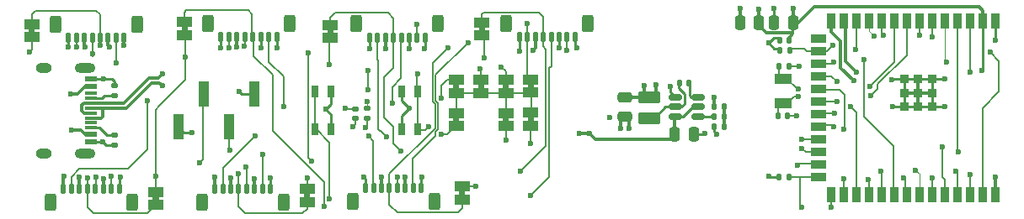
<source format=gbr>
%TF.GenerationSoftware,KiCad,Pcbnew,7.0.10+1*%
%TF.CreationDate,2024-03-12T12:47:15+01:00*%
%TF.ProjectId,Receiver-A1,52656365-6976-4657-922d-41312e6b6963,rev?*%
%TF.SameCoordinates,Original*%
%TF.FileFunction,Copper,L1,Top*%
%TF.FilePolarity,Positive*%
%FSLAX46Y46*%
G04 Gerber Fmt 4.6, Leading zero omitted, Abs format (unit mm)*
G04 Created by KiCad (PCBNEW 7.0.10+1) date 2024-03-12 12:47:15*
%MOMM*%
%LPD*%
G01*
G04 APERTURE LIST*
G04 Aperture macros list*
%AMRoundRect*
0 Rectangle with rounded corners*
0 $1 Rounding radius*
0 $2 $3 $4 $5 $6 $7 $8 $9 X,Y pos of 4 corners*
0 Add a 4 corners polygon primitive as box body*
4,1,4,$2,$3,$4,$5,$6,$7,$8,$9,$2,$3,0*
0 Add four circle primitives for the rounded corners*
1,1,$1+$1,$2,$3*
1,1,$1+$1,$4,$5*
1,1,$1+$1,$6,$7*
1,1,$1+$1,$8,$9*
0 Add four rect primitives between the rounded corners*
20,1,$1+$1,$2,$3,$4,$5,0*
20,1,$1+$1,$4,$5,$6,$7,0*
20,1,$1+$1,$6,$7,$8,$9,0*
20,1,$1+$1,$8,$9,$2,$3,0*%
G04 Aperture macros list end*
%TA.AperFunction,SMDPad,CuDef*%
%ADD10R,1.500000X1.000000*%
%TD*%
%TA.AperFunction,SMDPad,CuDef*%
%ADD11RoundRect,0.125000X0.125000X0.425000X-0.125000X0.425000X-0.125000X-0.425000X0.125000X-0.425000X0*%
%TD*%
%TA.AperFunction,SMDPad,CuDef*%
%ADD12RoundRect,0.250000X0.350000X0.600000X-0.350000X0.600000X-0.350000X-0.600000X0.350000X-0.600000X0*%
%TD*%
%TA.AperFunction,SMDPad,CuDef*%
%ADD13RoundRect,0.140000X-0.170000X0.140000X-0.170000X-0.140000X0.170000X-0.140000X0.170000X0.140000X0*%
%TD*%
%TA.AperFunction,SMDPad,CuDef*%
%ADD14RoundRect,0.250000X0.475000X-0.250000X0.475000X0.250000X-0.475000X0.250000X-0.475000X-0.250000X0*%
%TD*%
%TA.AperFunction,SMDPad,CuDef*%
%ADD15RoundRect,0.250000X-0.350000X-0.600000X0.350000X-0.600000X0.350000X0.600000X-0.350000X0.600000X0*%
%TD*%
%TA.AperFunction,SMDPad,CuDef*%
%ADD16RoundRect,0.125000X-0.125000X-0.425000X0.125000X-0.425000X0.125000X0.425000X-0.125000X0.425000X0*%
%TD*%
%TA.AperFunction,SMDPad,CuDef*%
%ADD17RoundRect,0.140000X-0.140000X-0.170000X0.140000X-0.170000X0.140000X0.170000X-0.140000X0.170000X0*%
%TD*%
%TA.AperFunction,SMDPad,CuDef*%
%ADD18RoundRect,0.250000X0.250000X0.475000X-0.250000X0.475000X-0.250000X-0.475000X0.250000X-0.475000X0*%
%TD*%
%TA.AperFunction,SMDPad,CuDef*%
%ADD19RoundRect,0.250000X0.850000X-0.375000X0.850000X0.375000X-0.850000X0.375000X-0.850000X-0.375000X0*%
%TD*%
%TA.AperFunction,SMDPad,CuDef*%
%ADD20RoundRect,0.135000X0.135000X0.185000X-0.135000X0.185000X-0.135000X-0.185000X0.135000X-0.185000X0*%
%TD*%
%TA.AperFunction,SMDPad,CuDef*%
%ADD21RoundRect,0.135000X-0.185000X0.135000X-0.185000X-0.135000X0.185000X-0.135000X0.185000X0.135000X0*%
%TD*%
%TA.AperFunction,SMDPad,CuDef*%
%ADD22RoundRect,0.150000X-0.512500X-0.150000X0.512500X-0.150000X0.512500X0.150000X-0.512500X0.150000X0*%
%TD*%
%TA.AperFunction,SMDPad,CuDef*%
%ADD23R,1.150000X0.600000*%
%TD*%
%TA.AperFunction,SMDPad,CuDef*%
%ADD24R,1.150000X0.300000*%
%TD*%
%TA.AperFunction,ComponentPad*%
%ADD25O,2.100000X1.000000*%
%TD*%
%TA.AperFunction,ComponentPad*%
%ADD26O,1.600000X1.000000*%
%TD*%
%TA.AperFunction,SMDPad,CuDef*%
%ADD27RoundRect,0.140000X0.140000X0.170000X-0.140000X0.170000X-0.140000X-0.170000X0.140000X-0.170000X0*%
%TD*%
%TA.AperFunction,SMDPad,CuDef*%
%ADD28R,0.800000X1.225000*%
%TD*%
%TA.AperFunction,SMDPad,CuDef*%
%ADD29RoundRect,0.250000X-0.250000X-0.475000X0.250000X-0.475000X0.250000X0.475000X-0.250000X0.475000X0*%
%TD*%
%TA.AperFunction,SMDPad,CuDef*%
%ADD30RoundRect,0.135000X-0.135000X-0.185000X0.135000X-0.185000X0.135000X0.185000X-0.135000X0.185000X0*%
%TD*%
%TA.AperFunction,SMDPad,CuDef*%
%ADD31R,1.800000X1.000000*%
%TD*%
%TA.AperFunction,SMDPad,CuDef*%
%ADD32R,1.000000X2.510000*%
%TD*%
%TA.AperFunction,SMDPad,CuDef*%
%ADD33R,0.900000X1.500000*%
%TD*%
%TA.AperFunction,SMDPad,CuDef*%
%ADD34R,1.500000X0.900000*%
%TD*%
%TA.AperFunction,SMDPad,CuDef*%
%ADD35R,0.900000X0.900000*%
%TD*%
%TA.AperFunction,SMDPad,CuDef*%
%ADD36RoundRect,0.135000X0.185000X-0.135000X0.185000X0.135000X-0.185000X0.135000X-0.185000X-0.135000X0*%
%TD*%
%TA.AperFunction,ViaPad*%
%ADD37C,0.600000*%
%TD*%
%TA.AperFunction,Conductor*%
%ADD38C,0.250000*%
%TD*%
%TA.AperFunction,Conductor*%
%ADD39C,0.150000*%
%TD*%
%TA.AperFunction,Conductor*%
%ADD40C,0.300000*%
%TD*%
%TA.AperFunction,Conductor*%
%ADD41C,0.100000*%
%TD*%
G04 APERTURE END LIST*
%TA.AperFunction,EtchedComponent*%
%TO.C,JP14*%
G36*
X97015000Y-53015000D02*
G01*
X96415000Y-53015000D01*
X96415000Y-52515000D01*
X97015000Y-52515000D01*
X97015000Y-53015000D01*
G37*
%TD.AperFunction*%
%TA.AperFunction,EtchedComponent*%
%TO.C,JP13*%
G36*
X81785000Y-53295000D02*
G01*
X81185000Y-53295000D01*
X81185000Y-52795000D01*
X81785000Y-52795000D01*
X81785000Y-53295000D01*
G37*
%TD.AperFunction*%
%TA.AperFunction,EtchedComponent*%
%TO.C,JP12*%
G36*
X95035000Y-69565000D02*
G01*
X94435000Y-69565000D01*
X94435000Y-69065000D01*
X95035000Y-69065000D01*
X95035000Y-69565000D01*
G37*
%TD.AperFunction*%
%TA.AperFunction,EtchedComponent*%
%TO.C,JP11*%
G36*
X67135000Y-52985000D02*
G01*
X66535000Y-52985000D01*
X66535000Y-52485000D01*
X67135000Y-52485000D01*
X67135000Y-52985000D01*
G37*
%TD.AperFunction*%
%TA.AperFunction,EtchedComponent*%
%TO.C,JP10*%
G36*
X79455000Y-69835000D02*
G01*
X78855000Y-69835000D01*
X78855000Y-69335000D01*
X79455000Y-69335000D01*
X79455000Y-69835000D01*
G37*
%TD.AperFunction*%
%TA.AperFunction,EtchedComponent*%
%TO.C,JP9*%
G36*
X64235000Y-70115000D02*
G01*
X63635000Y-70115000D01*
X63635000Y-69615000D01*
X64235000Y-69615000D01*
X64235000Y-70115000D01*
G37*
%TD.AperFunction*%
%TA.AperFunction,EtchedComponent*%
%TO.C,JP8*%
G36*
X51775000Y-53185000D02*
G01*
X51175000Y-53185000D01*
X51175000Y-52685000D01*
X51775000Y-52685000D01*
X51775000Y-53185000D01*
G37*
%TD.AperFunction*%
%TA.AperFunction,EtchedComponent*%
%TO.C,JP7*%
G36*
X101935000Y-58805000D02*
G01*
X101335000Y-58805000D01*
X101335000Y-58305000D01*
X101935000Y-58305000D01*
X101935000Y-58805000D01*
G37*
%TD.AperFunction*%
%TA.AperFunction,EtchedComponent*%
%TO.C,JP6*%
G36*
X99435000Y-62145000D02*
G01*
X98835000Y-62145000D01*
X98835000Y-61645000D01*
X99435000Y-61645000D01*
X99435000Y-62145000D01*
G37*
%TD.AperFunction*%
%TA.AperFunction,EtchedComponent*%
%TO.C,JP5*%
G36*
X94435000Y-62145000D02*
G01*
X93835000Y-62145000D01*
X93835000Y-61645000D01*
X94435000Y-61645000D01*
X94435000Y-62145000D01*
G37*
%TD.AperFunction*%
%TA.AperFunction,EtchedComponent*%
%TO.C,JP4*%
G36*
X94435000Y-58835000D02*
G01*
X93835000Y-58835000D01*
X93835000Y-58335000D01*
X94435000Y-58335000D01*
X94435000Y-58835000D01*
G37*
%TD.AperFunction*%
%TA.AperFunction,EtchedComponent*%
%TO.C,JP3*%
G36*
X101945000Y-62125000D02*
G01*
X101345000Y-62125000D01*
X101345000Y-61625000D01*
X101945000Y-61625000D01*
X101945000Y-62125000D01*
G37*
%TD.AperFunction*%
%TA.AperFunction,EtchedComponent*%
%TO.C,JP2*%
G36*
X96935000Y-58835000D02*
G01*
X96335000Y-58835000D01*
X96335000Y-58335000D01*
X96935000Y-58335000D01*
X96935000Y-58835000D01*
G37*
%TD.AperFunction*%
%TA.AperFunction,EtchedComponent*%
%TO.C,JP1*%
G36*
X99435000Y-58835000D02*
G01*
X98835000Y-58835000D01*
X98835000Y-58335000D01*
X99435000Y-58335000D01*
X99435000Y-58835000D01*
G37*
%TD.AperFunction*%
%TD*%
D10*
%TO.P,JP14,1,A*%
%TO.N,/PWM_RCV_6*%
X96715000Y-52115000D03*
%TO.P,JP14,2,B*%
%TO.N,Net-(JP10-B)*%
X96715000Y-53415000D03*
%TD*%
%TO.P,JP13,1,A*%
%TO.N,/PWM_RCV_5*%
X81485000Y-52395000D03*
%TO.P,JP13,2,B*%
%TO.N,Net-(JP10-B)*%
X81485000Y-53695000D03*
%TD*%
%TO.P,JP12,1,A*%
%TO.N,/PWM_RCV_4*%
X94735000Y-69965000D03*
%TO.P,JP12,2,B*%
%TO.N,Net-(JP10-B)*%
X94735000Y-68665000D03*
%TD*%
%TO.P,JP11,1,A*%
%TO.N,/PWM_RCV_3*%
X66835000Y-52085000D03*
%TO.P,JP11,2,B*%
%TO.N,Net-(JP10-B)*%
X66835000Y-53385000D03*
%TD*%
%TO.P,JP10,1,A*%
%TO.N,/PWM_RCV_2*%
X79155000Y-70235000D03*
%TO.P,JP10,2,B*%
%TO.N,Net-(JP10-B)*%
X79155000Y-68935000D03*
%TD*%
%TO.P,JP9,1,A*%
%TO.N,/PWM_RCV_1*%
X63935000Y-70515000D03*
%TO.P,JP9,2,B*%
%TO.N,Net-(JP10-B)*%
X63935000Y-69215000D03*
%TD*%
%TO.P,JP8,1,A*%
%TO.N,/PWM_RCV_0*%
X51475000Y-52285000D03*
%TO.P,JP8,2,B*%
%TO.N,Net-(JP10-B)*%
X51475000Y-53585000D03*
%TD*%
%TO.P,JP7,1,A*%
%TO.N,/PWM_SEND_6*%
X101635000Y-57905000D03*
%TO.P,JP7,2,B*%
%TO.N,Net-(JP1-B)*%
X101635000Y-59205000D03*
%TD*%
%TO.P,JP6,1,A*%
%TO.N,/PWM_SEND_5*%
X99135000Y-62545000D03*
%TO.P,JP6,2,B*%
%TO.N,Net-(JP1-B)*%
X99135000Y-61245000D03*
%TD*%
%TO.P,JP5,2,B*%
%TO.N,Net-(JP1-B)*%
X94135000Y-61245000D03*
%TO.P,JP5,1,A*%
%TO.N,/PWM_SEND_4*%
X94135000Y-62545000D03*
%TD*%
%TO.P,JP4,2,B*%
%TO.N,Net-(JP1-B)*%
X94135000Y-59235000D03*
%TO.P,JP4,1,A*%
%TO.N,/PWM_SEND_3*%
X94135000Y-57935000D03*
%TD*%
%TO.P,JP3,1,A*%
%TO.N,/PWM_SEND_2*%
X101645000Y-62525000D03*
%TO.P,JP3,2,B*%
%TO.N,Net-(JP1-B)*%
X101645000Y-61225000D03*
%TD*%
%TO.P,JP2,1,A*%
%TO.N,/PWM_SEND_1*%
X96635000Y-57935000D03*
%TO.P,JP2,2,B*%
%TO.N,Net-(JP1-B)*%
X96635000Y-59235000D03*
%TD*%
%TO.P,JP1,1,A*%
%TO.N,/PWM_SEND_0*%
X99135000Y-57935000D03*
%TO.P,JP1,2,B*%
%TO.N,Net-(JP1-B)*%
X99135000Y-59235000D03*
%TD*%
D11*
%TO.P,J1,1,Pin_1*%
%TO.N,GND*%
X90625000Y-68795000D03*
%TO.P,J1,2,Pin_2*%
%TO.N,/DOG_4*%
X89825000Y-68795000D03*
%TO.P,J1,3,Pin_3*%
%TO.N,GND*%
X89025000Y-68795000D03*
%TO.P,J1,4,Pin_4*%
%TO.N,/LED_4*%
X88225000Y-68795000D03*
%TO.P,J1,5,Pin_5*%
%TO.N,/PWM_RCV_4*%
X87425000Y-68795000D03*
%TO.P,J1,6,Pin_6*%
%TO.N,GND*%
X86625000Y-68795000D03*
%TO.P,J1,7,Pin_7*%
%TO.N,/PWM_SEND_4*%
X85825000Y-68795000D03*
%TO.P,J1,8,Pin_8*%
%TO.N,+5V*%
X85025000Y-68795000D03*
D12*
%TO.P,J1,MP*%
%TO.N,N/C*%
X91925000Y-70195000D03*
X83725000Y-70195000D03*
%TD*%
D13*
%TO.P,C3,1*%
%TO.N,GND*%
X84005000Y-60835000D03*
%TO.P,C3,2*%
%TO.N,Net-(U2-EN)*%
X84005000Y-61795000D03*
%TD*%
D14*
%TO.P,C7,2*%
%TO.N,+3.3V*%
X111085000Y-59695000D03*
%TO.P,C7,1*%
%TO.N,GND*%
X111085000Y-61595000D03*
%TD*%
D15*
%TO.P,J2,MP*%
%TO.N,N/C*%
X92325000Y-52225000D03*
X84125000Y-52225000D03*
D16*
%TO.P,J2,8,Pin_8*%
%TO.N,GND*%
X91025000Y-53625000D03*
%TO.P,J2,7,Pin_7*%
%TO.N,/DOG_5*%
X90225000Y-53625000D03*
%TO.P,J2,6,Pin_6*%
%TO.N,GND*%
X89425000Y-53625000D03*
%TO.P,J2,5,Pin_5*%
%TO.N,/LED_5*%
X88625000Y-53625000D03*
%TO.P,J2,4,Pin_4*%
%TO.N,/PWM_RCV_5*%
X87825000Y-53625000D03*
%TO.P,J2,3,Pin_3*%
%TO.N,GND*%
X87025000Y-53625000D03*
%TO.P,J2,2,Pin_2*%
%TO.N,/PWM_SEND_5*%
X86225000Y-53625000D03*
%TO.P,J2,1,Pin_1*%
%TO.N,+5V*%
X85425000Y-53625000D03*
%TD*%
D17*
%TO.P,C5,1*%
%TO.N,GND*%
X126635000Y-53875000D03*
%TO.P,C5,2*%
%TO.N,+3.3V*%
X127595000Y-53875000D03*
%TD*%
D18*
%TO.P,C6,2*%
%TO.N,+5V*%
X116125000Y-63415000D03*
%TO.P,C6,1*%
%TO.N,GND*%
X118025000Y-63415000D03*
%TD*%
D19*
%TO.P,L1,2,2*%
%TO.N,+3.3V*%
X113565000Y-59680000D03*
%TO.P,L1,1,1*%
%TO.N,Net-(U1-SW)*%
X113565000Y-61830000D03*
%TD*%
D20*
%TO.P,R5,1*%
%TO.N,/PWM_RCV_3*%
X127585000Y-67695000D03*
%TO.P,R5,2*%
%TO.N,GND*%
X126565000Y-67695000D03*
%TD*%
D21*
%TO.P,R1,1*%
%TO.N,+3.3V*%
X85215000Y-60785000D03*
%TO.P,R1,2*%
%TO.N,Net-(U2-EN)*%
X85215000Y-61805000D03*
%TD*%
D22*
%TO.P,U1,6,BS*%
%TO.N,Net-(U1-BS)*%
X118422500Y-59685000D03*
%TO.P,U1,5,EN*%
%TO.N,+5V*%
X118422500Y-60635000D03*
%TO.P,U1,4,FB*%
%TO.N,Net-(U1-FB)*%
X118422500Y-61585000D03*
%TO.P,U1,3,IN*%
%TO.N,+5V*%
X116147500Y-61585000D03*
%TO.P,U1,2,SW*%
%TO.N,Net-(U1-SW)*%
X116147500Y-60635000D03*
%TO.P,U1,1,GND*%
%TO.N,GND*%
X116147500Y-59685000D03*
%TD*%
D20*
%TO.P,R4,1*%
%TO.N,/PWM_RCV_4*%
X127655000Y-54925000D03*
%TO.P,R4,2*%
%TO.N,GND*%
X126635000Y-54925000D03*
%TD*%
D23*
%TO.P,J6,A1,GND*%
%TO.N,GND*%
X57445000Y-57800000D03*
%TO.P,J6,A4,VBUS*%
%TO.N,+5V*%
X57445000Y-58600000D03*
D24*
%TO.P,J6,A5,CC1*%
%TO.N,Net-(J6-CC1)*%
X57440000Y-59750000D03*
%TO.P,J6,A6,D+*%
%TO.N,Net-(U2-GPIO20{slash}U1CTS{slash}ADC2_CH9{slash}CLK_OUT1{slash}USB_D+)*%
X57440000Y-60750000D03*
%TO.P,J6,A7,D-*%
%TO.N,Net-(U2-GPIO19{slash}U1RTS{slash}ADC2_CH8{slash}CLK_OUT2{slash}USB_D-)*%
X57440000Y-61250000D03*
%TO.P,J6,A8,SBU1*%
%TO.N,unconnected-(J6-SBU1-PadA8)*%
X57440000Y-59250000D03*
D23*
%TO.P,J6,A9,VBUS*%
%TO.N,+5V*%
X57445000Y-63400000D03*
%TO.P,J6,A12,GND*%
%TO.N,GND*%
X57445000Y-64200000D03*
D24*
%TO.P,J6,B5,CC2*%
%TO.N,Net-(J6-CC2)*%
X57440000Y-62750000D03*
%TO.P,J6,B6,D+*%
%TO.N,Net-(U2-GPIO20{slash}U1CTS{slash}ADC2_CH9{slash}CLK_OUT1{slash}USB_D+)*%
X57440000Y-61750000D03*
%TO.P,J6,B7,D-*%
%TO.N,Net-(U2-GPIO19{slash}U1RTS{slash}ADC2_CH8{slash}CLK_OUT2{slash}USB_D-)*%
X57440000Y-60250000D03*
%TO.P,J6,B8,SBU2*%
%TO.N,unconnected-(J6-SBU2-PadB8)*%
X57440000Y-62250000D03*
D25*
%TO.P,J6,S1,SHIELD*%
%TO.N,GND*%
X56820000Y-56680000D03*
D26*
X52640000Y-56680000D03*
D25*
X56820000Y-65320000D03*
D26*
X52640000Y-65320000D03*
%TD*%
D27*
%TO.P,C1,1*%
%TO.N,GND*%
X127565000Y-56515000D03*
%TO.P,C1,2*%
%TO.N,Net-(U2-GPIO16{slash}U0CTS{slash}ADC2_CH5{slash}XTAL_32K_N)*%
X126605000Y-56515000D03*
%TD*%
D28*
%TO.P,SW1,1,1*%
%TO.N,Net-(U2-GPIO0{slash}BOOT)*%
X79965000Y-62912500D03*
X79965000Y-59087500D03*
%TO.P,SW1,2,2*%
%TO.N,GND*%
X81565000Y-62912500D03*
X81565000Y-59087500D03*
%TD*%
D29*
%TO.P,C14,1*%
%TO.N,GND*%
X122675000Y-52105000D03*
%TO.P,C14,2*%
%TO.N,+3.3V*%
X124575000Y-52105000D03*
%TD*%
%TO.P,C4,1*%
%TO.N,GND*%
X126115000Y-52145000D03*
%TO.P,C4,2*%
%TO.N,+3.3V*%
X128015000Y-52145000D03*
%TD*%
D30*
%TO.P,R7,2*%
%TO.N,Net-(R6-Pad1)*%
X121070000Y-62640000D03*
%TO.P,R7,1*%
%TO.N,GND*%
X120050000Y-62640000D03*
%TD*%
D21*
%TO.P,R3,1*%
%TO.N,GND*%
X59805000Y-58455000D03*
%TO.P,R3,2*%
%TO.N,Net-(J6-CC1)*%
X59805000Y-59475000D03*
%TD*%
D11*
%TO.P,J3,1,Pin_1*%
%TO.N,GND*%
X60265000Y-68875000D03*
%TO.P,J3,2,Pin_2*%
%TO.N,/DOG_1*%
X59465000Y-68875000D03*
%TO.P,J3,3,Pin_3*%
%TO.N,GND*%
X58665000Y-68875000D03*
%TO.P,J3,4,Pin_4*%
%TO.N,/LED_1*%
X57865000Y-68875000D03*
%TO.P,J3,5,Pin_5*%
%TO.N,/PWM_RCV_1*%
X57065000Y-68875000D03*
%TO.P,J3,6,Pin_6*%
%TO.N,GND*%
X56265000Y-68875000D03*
%TO.P,J3,7,Pin_7*%
%TO.N,/PWM_SEND_1*%
X55465000Y-68875000D03*
%TO.P,J3,8,Pin_8*%
%TO.N,+5V*%
X54665000Y-68875000D03*
D12*
%TO.P,J3,MP*%
%TO.N,N/C*%
X61565000Y-70275000D03*
X53365000Y-70275000D03*
%TD*%
D16*
%TO.P,J7,1,Pin_1*%
%TO.N,GND*%
X55145000Y-53675000D03*
%TO.P,J7,2,Pin_2*%
%TO.N,/DOG_0*%
X55945000Y-53675000D03*
%TO.P,J7,3,Pin_3*%
%TO.N,GND*%
X56745000Y-53675000D03*
%TO.P,J7,4,Pin_4*%
%TO.N,/LED_0*%
X57545000Y-53675000D03*
%TO.P,J7,5,Pin_5*%
%TO.N,/PWM_RCV_0*%
X58345000Y-53675000D03*
%TO.P,J7,6,Pin_6*%
%TO.N,GND*%
X59145000Y-53675000D03*
%TO.P,J7,7,Pin_7*%
%TO.N,/PWM_SEND_0*%
X59945000Y-53675000D03*
%TO.P,J7,8,Pin_8*%
%TO.N,+5V*%
X60745000Y-53675000D03*
D15*
%TO.P,J7,MP*%
%TO.N,N/C*%
X53845000Y-52275000D03*
X62045000Y-52275000D03*
%TD*%
D28*
%TO.P,SW2,1,1*%
%TO.N,GND*%
X88655000Y-62912500D03*
X88655000Y-59087500D03*
%TO.P,SW2,2,2*%
%TO.N,Net-(U2-EN)*%
X90255000Y-62912500D03*
X90255000Y-59087500D03*
%TD*%
D31*
%TO.P,Y1,1,1*%
%TO.N,Net-(U2-GPIO15{slash}U0RTS{slash}ADC2_CH4{slash}XTAL_32K_P)*%
X126985000Y-60275000D03*
%TO.P,Y1,2,2*%
%TO.N,Net-(U2-GPIO16{slash}U0CTS{slash}ADC2_CH5{slash}XTAL_32K_N)*%
X126985000Y-57775000D03*
%TD*%
D32*
%TO.P,J8,1,Pin_1*%
%TO.N,+3.3V*%
X66190000Y-62655000D03*
%TO.P,J8,2,Pin_2*%
%TO.N,Net-(J8-Pin_2)*%
X68730000Y-59345000D03*
%TO.P,J8,3,Pin_3*%
%TO.N,Net-(J8-Pin_3)*%
X71270000Y-62655000D03*
%TO.P,J8,4,Pin_4*%
%TO.N,GND*%
X73810000Y-59345000D03*
%TD*%
D17*
%TO.P,C8,2*%
%TO.N,Net-(U1-BS)*%
X117525000Y-58265000D03*
%TO.P,C8,1*%
%TO.N,Net-(U1-SW)*%
X116565000Y-58265000D03*
%TD*%
D20*
%TO.P,R6,2*%
%TO.N,+3.3V*%
X120055000Y-60595000D03*
%TO.P,R6,1*%
%TO.N,Net-(R6-Pad1)*%
X121075000Y-60595000D03*
%TD*%
D33*
%TO.P,U2,1,GND*%
%TO.N,GND*%
X148310000Y-51990000D03*
%TO.P,U2,2,3V3*%
%TO.N,+3.3V*%
X147040000Y-51990000D03*
%TO.P,U2,3,EN*%
%TO.N,Net-(U2-EN)*%
X145770000Y-51990000D03*
%TO.P,U2,4,GPIO4/TOUCH4/ADC1_CH3*%
%TO.N,/DOG_2*%
X144500000Y-51990000D03*
%TO.P,U2,5,GPIO5/TOUCH5/ADC1_CH4*%
%TO.N,/DOG_3*%
X143230000Y-51990000D03*
%TO.P,U2,6,GPIO6/TOUCH6/ADC1_CH5*%
%TO.N,/DOG_4*%
X141960000Y-51990000D03*
%TO.P,U2,7,GPIO7/TOUCH7/ADC1_CH6*%
%TO.N,/DOG_5*%
X140690000Y-51990000D03*
%TO.P,U2,8,GPIO15/U0RTS/ADC2_CH4/XTAL_32K_P*%
%TO.N,Net-(U2-GPIO15{slash}U0RTS{slash}ADC2_CH4{slash}XTAL_32K_P)*%
X139420000Y-51990000D03*
%TO.P,U2,9,GPIO16/U0CTS/ADC2_CH5/XTAL_32K_N*%
%TO.N,Net-(U2-GPIO16{slash}U0CTS{slash}ADC2_CH5{slash}XTAL_32K_N)*%
X138150000Y-51990000D03*
%TO.P,U2,10,GPIO17/U1TXD/ADC2_CH6*%
%TO.N,/PWM_SEND_6*%
X136880000Y-51990000D03*
%TO.P,U2,11,GPIO18/U1RXD/ADC2_CH7/CLK_OUT3*%
%TO.N,/PWM_RCV_0*%
X135610000Y-51990000D03*
%TO.P,U2,12,GPIO8/TOUCH8/ADC1_CH7/SUBSPICS1*%
%TO.N,/DOG_6*%
X134340000Y-51990000D03*
%TO.P,U2,13,GPIO19/U1RTS/ADC2_CH8/CLK_OUT2/USB_D-*%
%TO.N,Net-(U2-GPIO19{slash}U1RTS{slash}ADC2_CH8{slash}CLK_OUT2{slash}USB_D-)*%
X133070000Y-51990000D03*
%TO.P,U2,14,GPIO20/U1CTS/ADC2_CH9/CLK_OUT1/USB_D+*%
%TO.N,Net-(U2-GPIO20{slash}U1CTS{slash}ADC2_CH9{slash}CLK_OUT1{slash}USB_D+)*%
X131800000Y-51990000D03*
D34*
%TO.P,U2,15,GPIO3/TOUCH3/ADC1_CH2*%
%TO.N,unconnected-(U2-GPIO3{slash}TOUCH3{slash}ADC1_CH2-Pad15)*%
X130550000Y-53755000D03*
%TO.P,U2,16,GPIO46*%
%TO.N,/PWM_RCV_4*%
X130550000Y-55025000D03*
%TO.P,U2,17,GPIO9/TOUCH9/ADC1_CH8/FSPIHD/SUBSPIHD*%
%TO.N,/PWM_SEND_0*%
X130550000Y-56295000D03*
%TO.P,U2,18,GPIO10/TOUCH10/ADC1_CH9/FSPICS0/FSPIIO4/SUBSPICS0*%
%TO.N,/PWM_SEND_1*%
X130550000Y-57565000D03*
%TO.P,U2,19,GPIO11/TOUCH11/ADC2_CH0/FSPID/FSPIIO5/SUBSPID*%
%TO.N,/PWM_SEND_2*%
X130550000Y-58835000D03*
%TO.P,U2,20,GPIO12/TOUCH12/ADC2_CH1/FSPICLK/FSPIIO6/SUBSPICLK*%
%TO.N,/PWM_SEND_3*%
X130550000Y-60105000D03*
%TO.P,U2,21,GPIO13/TOUCH13/ADC2_CH2/FSPIQ/FSPIIO7/SUBSPIQ*%
%TO.N,/PWM_SEND_4*%
X130550000Y-61375000D03*
%TO.P,U2,22,GPIO14/TOUCH14/ADC2_CH3/FSPIWP/FSPIDQS/SUBSPIWP*%
%TO.N,/PWM_SEND_5*%
X130550000Y-62645000D03*
%TO.P,U2,23,GPIO21*%
%TO.N,/PWM_RCV_1*%
X130550000Y-63915000D03*
%TO.P,U2,24,GPIO47/SPICLK_P/SUBSPICLK_P_DIFF*%
%TO.N,/PWM_RCV_5*%
X130550000Y-65185000D03*
%TO.P,U2,25,GPIO48/SPICLK_N/SUBSPICLK_N_DIFF*%
%TO.N,/PWM_RCV_6*%
X130550000Y-66455000D03*
%TO.P,U2,26,GPIO45*%
%TO.N,/PWM_RCV_3*%
X130550000Y-67725000D03*
D33*
%TO.P,U2,27,GPIO0/BOOT*%
%TO.N,Net-(U2-GPIO0{slash}BOOT)*%
X131800000Y-69490000D03*
%TO.P,U2,28,SPIIO6/GPIO35/FSPID/SUBSPID*%
%TO.N,/LED_4*%
X133070000Y-69490000D03*
%TO.P,U2,29,SPIIO7/GPIO36/FSPICLK/SUBSPICLK*%
%TO.N,/LED_5*%
X134340000Y-69490000D03*
%TO.P,U2,30,SPIDQS/GPIO37/FSPIQ/SUBSPIQ*%
%TO.N,/LED_6*%
X135610000Y-69490000D03*
%TO.P,U2,31,GPIO38/FSPIWP/SUBSPIWP*%
%TO.N,/PWM_RCV_2*%
X136880000Y-69490000D03*
%TO.P,U2,32,MTCK/GPIO39/CLK_OUT3/SUBSPICS1*%
%TO.N,/LED_0*%
X138150000Y-69490000D03*
%TO.P,U2,33,MTDO/GPIO40/CLK_OUT2*%
%TO.N,/LED_1*%
X139420000Y-69490000D03*
%TO.P,U2,34,MTDI/GPIO41/CLK_OUT1*%
%TO.N,/LED_2*%
X140690000Y-69490000D03*
%TO.P,U2,35,MTMS/GPIO42*%
%TO.N,/LED_3*%
X141960000Y-69490000D03*
%TO.P,U2,36,U0RXD/GPIO44/CLK_OUT2*%
%TO.N,Net-(J8-Pin_3)*%
X143230000Y-69490000D03*
%TO.P,U2,37,U0TXD/GPIO43/CLK_OUT1*%
%TO.N,Net-(J8-Pin_2)*%
X144500000Y-69490000D03*
%TO.P,U2,38,GPIO2/TOUCH2/ADC1_CH1*%
%TO.N,/DOG_1*%
X145770000Y-69490000D03*
%TO.P,U2,39,GPIO1/TOUCH1/ADC1_CH0*%
%TO.N,/DOG_0*%
X147040000Y-69490000D03*
%TO.P,U2,40,GND*%
%TO.N,GND*%
X148310000Y-69490000D03*
D35*
%TO.P,U2,41,GND*%
X141990000Y-57840000D03*
X140590000Y-57840000D03*
X139190000Y-57840000D03*
X139190000Y-57840000D03*
X141990000Y-59240000D03*
X141990000Y-59240000D03*
X140590000Y-59240000D03*
X139190000Y-59240000D03*
X141990000Y-60640000D03*
X140590000Y-60640000D03*
X139190000Y-60640000D03*
%TD*%
D11*
%TO.P,J4,1,Pin_1*%
%TO.N,GND*%
X75475000Y-68875000D03*
%TO.P,J4,2,Pin_2*%
%TO.N,/DOG_2*%
X74675000Y-68875000D03*
%TO.P,J4,3,Pin_3*%
%TO.N,GND*%
X73875000Y-68875000D03*
%TO.P,J4,4,Pin_4*%
%TO.N,/LED_2*%
X73075000Y-68875000D03*
%TO.P,J4,5,Pin_5*%
%TO.N,/PWM_RCV_2*%
X72275000Y-68875000D03*
%TO.P,J4,6,Pin_6*%
%TO.N,GND*%
X71475000Y-68875000D03*
%TO.P,J4,7,Pin_7*%
%TO.N,/PWM_SEND_2*%
X70675000Y-68875000D03*
%TO.P,J4,8,Pin_8*%
%TO.N,+5V*%
X69875000Y-68875000D03*
D12*
%TO.P,J4,MP*%
%TO.N,N/C*%
X76775000Y-70275000D03*
X68575000Y-70275000D03*
%TD*%
D17*
%TO.P,C2,1*%
%TO.N,Net-(U2-GPIO15{slash}U0RTS{slash}ADC2_CH4{slash}XTAL_32K_P)*%
X126505000Y-61545000D03*
%TO.P,C2,2*%
%TO.N,GND*%
X127465000Y-61545000D03*
%TD*%
D16*
%TO.P,J9,1,Pin_1*%
%TO.N,+5V*%
X100495000Y-53605000D03*
%TO.P,J9,2,Pin_2*%
%TO.N,/PWM_SEND_6*%
X101295000Y-53605000D03*
%TO.P,J9,3,Pin_3*%
%TO.N,GND*%
X102095000Y-53605000D03*
%TO.P,J9,4,Pin_4*%
%TO.N,/PWM_RCV_6*%
X102895000Y-53605000D03*
%TO.P,J9,5,Pin_5*%
%TO.N,/LED_6*%
X103695000Y-53605000D03*
%TO.P,J9,6,Pin_6*%
%TO.N,GND*%
X104495000Y-53605000D03*
%TO.P,J9,7,Pin_7*%
%TO.N,/DOG_6*%
X105295000Y-53605000D03*
%TO.P,J9,8,Pin_8*%
%TO.N,GND*%
X106095000Y-53605000D03*
D15*
%TO.P,J9,MP*%
%TO.N,N/C*%
X99195000Y-52205000D03*
X107395000Y-52205000D03*
%TD*%
D30*
%TO.P,R8,2*%
%TO.N,Net-(R6-Pad1)*%
X121075000Y-61615000D03*
%TO.P,R8,1*%
%TO.N,Net-(U1-FB)*%
X120055000Y-61615000D03*
%TD*%
D36*
%TO.P,R2,1*%
%TO.N,GND*%
X59815000Y-64525000D03*
%TO.P,R2,2*%
%TO.N,Net-(J6-CC2)*%
X59815000Y-63505000D03*
%TD*%
D16*
%TO.P,J5,1,Pin_1*%
%TO.N,GND*%
X70495000Y-53595000D03*
%TO.P,J5,2,Pin_2*%
%TO.N,/DOG_3*%
X71295000Y-53595000D03*
%TO.P,J5,3,Pin_3*%
%TO.N,GND*%
X72095000Y-53595000D03*
%TO.P,J5,4,Pin_4*%
%TO.N,/LED_3*%
X72895000Y-53595000D03*
%TO.P,J5,5,Pin_5*%
%TO.N,/PWM_RCV_3*%
X73695000Y-53595000D03*
%TO.P,J5,6,Pin_6*%
%TO.N,GND*%
X74495000Y-53595000D03*
%TO.P,J5,7,Pin_7*%
%TO.N,/PWM_SEND_3*%
X75295000Y-53595000D03*
%TO.P,J5,8,Pin_8*%
%TO.N,+5V*%
X76095000Y-53595000D03*
D15*
%TO.P,J5,MP*%
%TO.N,N/C*%
X69195000Y-52195000D03*
X77395000Y-52195000D03*
%TD*%
D37*
%TO.N,Net-(JP10-B)*%
X96916645Y-55697861D03*
X81420000Y-56350000D03*
X66880000Y-55610000D03*
X51260000Y-55100000D03*
X96110000Y-68650000D03*
X79170000Y-67810000D03*
X63900000Y-67670000D03*
%TO.N,/PWM_SEND_1*%
X85260000Y-58900000D03*
X85289547Y-56955000D03*
%TO.N,/PWM_SEND_0*%
X98690000Y-56590000D03*
%TO.N,/PWM_SEND_2*%
X101650000Y-64370000D03*
%TO.N,/PWM_SEND_5*%
X99190000Y-64005000D03*
%TO.N,/PWM_SEND_1*%
X96511778Y-56823169D03*
%TO.N,/PWM_SEND_4*%
X92620000Y-63420000D03*
%TO.N,/PWM_SEND_3*%
X92640000Y-59740000D03*
%TO.N,+5V*%
X69900007Y-67700007D03*
X107530000Y-63350000D03*
X100500000Y-55000000D03*
X84855000Y-67725000D03*
X54710000Y-67660000D03*
X85474280Y-54755000D03*
X55440002Y-63000000D03*
X55410000Y-59310000D03*
X106490000Y-63350000D03*
X60760236Y-54460000D03*
X76095000Y-54690000D03*
%TO.N,/PWM_SEND_1*%
X132400000Y-58100000D03*
X63100000Y-60000000D03*
%TO.N,/PWM_RCV_1*%
X57065000Y-67800000D03*
X128900002Y-63900000D03*
%TO.N,/LED_1*%
X57920000Y-67710000D03*
X139116407Y-67835646D03*
%TO.N,GND*%
X143300000Y-60600000D03*
X111500000Y-62840000D03*
X143300000Y-57800000D03*
X110670000Y-62790000D03*
X59285000Y-54595000D03*
X75450000Y-67820000D03*
X122700000Y-50700000D03*
X89433983Y-54778737D03*
X120328930Y-63375000D03*
X148320000Y-53900000D03*
X70490000Y-54685000D03*
X87033581Y-54755000D03*
X126115000Y-50700000D03*
X58600000Y-64200000D03*
X60376587Y-67733413D03*
X56266575Y-67749785D03*
X148310000Y-67690000D03*
X89400000Y-60800000D03*
X89030000Y-67730000D03*
X55170854Y-54577985D03*
X83000000Y-60800000D03*
X128400000Y-61500000D03*
X73880000Y-67880000D03*
X137900000Y-57900000D03*
X128600000Y-56500000D03*
X101900000Y-54900000D03*
X74495000Y-54645000D03*
X72078372Y-54615361D03*
X125599846Y-67650000D03*
X71480000Y-67830000D03*
X104494996Y-54699723D03*
X90954624Y-54805000D03*
X58700000Y-57800000D03*
X90650000Y-67725000D03*
X81000000Y-60900000D03*
X119169059Y-63325000D03*
X72302298Y-59052298D03*
X115648594Y-58613835D03*
X106240853Y-54666615D03*
X86625000Y-67720000D03*
X56860865Y-54635143D03*
X58680000Y-67860000D03*
X125565320Y-54175000D03*
X138000000Y-60600000D03*
%TO.N,/DOG_1*%
X145800000Y-67500000D03*
X59480000Y-67650000D03*
%TO.N,/PWM_SEND_2*%
X133100000Y-62875000D03*
X73900000Y-63600000D03*
%TO.N,/PWM_RCV_2*%
X72260000Y-67410000D03*
X136800000Y-67100000D03*
%TO.N,/LED_2*%
X140300000Y-67000000D03*
X72966719Y-66739911D03*
%TO.N,/DOG_2*%
X144600000Y-65200000D03*
X74690000Y-65410000D03*
%TO.N,/PWM_SEND_3*%
X76770000Y-60600000D03*
X132410585Y-60058324D03*
%TO.N,/PWM_RCV_3*%
X128900000Y-70800000D03*
X80880000Y-70640000D03*
%TO.N,/LED_3*%
X72848650Y-54492133D03*
X79624586Y-66075000D03*
X79300000Y-55220000D03*
X142000000Y-67800000D03*
%TO.N,/DOG_3*%
X71282003Y-54691522D03*
X143410000Y-56110000D03*
%TO.N,/PWM_SEND_0*%
X59956337Y-56185000D03*
X132100000Y-56100000D03*
%TO.N,/PWM_RCV_0*%
X58310000Y-54460000D03*
X136127298Y-53472702D03*
%TO.N,/LED_0*%
X135100000Y-55900000D03*
X57545000Y-55275000D03*
%TO.N,/DOG_0*%
X55970000Y-54615000D03*
X147800000Y-55100000D03*
%TO.N,+3.3V*%
X147000000Y-57000000D03*
X124600000Y-50800000D03*
X67600000Y-63200000D03*
X128000000Y-50700000D03*
X109600000Y-61730000D03*
X85190000Y-60070000D03*
X114270000Y-58430000D03*
X120070000Y-59710000D03*
X113020000Y-58450000D03*
%TO.N,/DOG_5*%
X90200000Y-52300000D03*
X140700000Y-53400000D03*
%TO.N,/DOG_4*%
X142000000Y-53600000D03*
X95320000Y-54150000D03*
%TO.N,Net-(U2-GPIO19{slash}U1RTS{slash}ADC2_CH8{slash}CLK_OUT2{slash}USB_D-)*%
X134400000Y-57132997D03*
X64574345Y-57315312D03*
%TO.N,Net-(U2-GPIO20{slash}U1CTS{slash}ADC2_CH9{slash}CLK_OUT1{slash}USB_D+)*%
X64600000Y-58500000D03*
X134100000Y-58000000D03*
%TO.N,/PWM_RCV_5*%
X128900000Y-64800000D03*
X88586289Y-65132811D03*
%TO.N,/PWM_SEND_4*%
X85380000Y-63610000D03*
X132200000Y-61300000D03*
%TO.N,/PWM_SEND_5*%
X87100000Y-63625000D03*
X132100000Y-62600000D03*
%TO.N,/PWM_SEND_6*%
X101300000Y-52200000D03*
X137123493Y-53385515D03*
%TO.N,/PWM_RCV_4*%
X132033280Y-54401063D03*
X93285913Y-54720913D03*
%TO.N,/LED_4*%
X133100000Y-67900000D03*
X88250000Y-67725000D03*
%TO.N,/LED_5*%
X133775000Y-60617690D03*
X87700000Y-60275000D03*
%TO.N,/PWM_RCV_6*%
X100632072Y-67100000D03*
X128473892Y-66550000D03*
%TO.N,/LED_6*%
X101600000Y-69600000D03*
X135600000Y-68000000D03*
%TO.N,/DOG_6*%
X134300000Y-54875000D03*
X105273744Y-54944302D03*
%TO.N,Net-(J8-Pin_3)*%
X71351360Y-64977526D03*
X143000000Y-64700000D03*
%TO.N,Net-(J8-Pin_2)*%
X68370000Y-66270000D03*
X144400000Y-67100000D03*
%TO.N,Net-(U2-EN)*%
X91375909Y-62613481D03*
X145800000Y-57100000D03*
X83740853Y-62676244D03*
X85040853Y-62688267D03*
X90275431Y-57295000D03*
%TO.N,Net-(U2-GPIO15{slash}U0RTS{slash}ADC2_CH4{slash}XTAL_32K_P)*%
X128500000Y-59600000D03*
X135780000Y-59540000D03*
%TO.N,Net-(U2-GPIO16{slash}U0CTS{slash}ADC2_CH5{slash}XTAL_32K_N)*%
X128521407Y-58850303D03*
X135700000Y-58600000D03*
%TO.N,Net-(U2-GPIO0{slash}BOOT)*%
X81405000Y-69885308D03*
X131800000Y-70775000D03*
%TD*%
D38*
%TO.N,+5V*%
X60745000Y-53675000D02*
X60745000Y-54444764D01*
D39*
%TO.N,/DOG_0*%
X55920000Y-53680000D02*
X55970000Y-53730000D01*
%TO.N,/PWM_RCV_0*%
X58345000Y-54425000D02*
X58310000Y-54460000D01*
D40*
%TO.N,GND*%
X56745000Y-53675000D02*
X56745000Y-54519278D01*
X59145000Y-54455000D02*
X59285000Y-54595000D01*
D39*
%TO.N,/DOG_0*%
X55970000Y-53730000D02*
X55970000Y-54615000D01*
D38*
%TO.N,+5V*%
X60745000Y-54444764D02*
X60760236Y-54460000D01*
%TO.N,GND*%
X55145000Y-54552131D02*
X55170854Y-54577985D01*
D40*
X59145000Y-53675000D02*
X59145000Y-54455000D01*
D38*
X55145000Y-53675000D02*
X55145000Y-54552131D01*
D39*
%TO.N,/PWM_RCV_0*%
X58345000Y-53675000D02*
X58345000Y-54425000D01*
D40*
%TO.N,GND*%
X56745000Y-54519278D02*
X56860865Y-54635143D01*
D39*
%TO.N,Net-(JP10-B)*%
X66880000Y-54550000D02*
X66880000Y-53550000D01*
X66880000Y-53550000D02*
X66840000Y-53510000D01*
%TO.N,/DOG_3*%
X71295000Y-54678525D02*
X71282003Y-54691522D01*
%TO.N,/LED_3*%
X72920000Y-53990000D02*
X72920000Y-54420783D01*
D40*
%TO.N,GND*%
X72095000Y-54598733D02*
X72078372Y-54615361D01*
X72095000Y-53595000D02*
X72095000Y-54598733D01*
D39*
%TO.N,/LED_3*%
X72920000Y-54420783D02*
X72848650Y-54492133D01*
%TO.N,/DOG_3*%
X71295000Y-53595000D02*
X71295000Y-54678525D01*
D38*
%TO.N,GND*%
X70490000Y-54685000D02*
X70495000Y-54680000D01*
X70495000Y-54680000D02*
X70495000Y-53595000D01*
X74495000Y-53595000D02*
X74495000Y-54645000D01*
D39*
%TO.N,/PWM_SEND_3*%
X75320000Y-53690000D02*
X75320000Y-56100000D01*
X75320000Y-56100000D02*
X76770000Y-57550000D01*
X76770000Y-57550000D02*
X76770000Y-60600000D01*
%TO.N,Net-(JP10-B)*%
X96916645Y-53576645D02*
X96916645Y-55697861D01*
%TO.N,/PWM_SEND_1*%
X96635000Y-57935000D02*
X96635000Y-56946391D01*
%TO.N,Net-(JP10-B)*%
X96740000Y-53400000D02*
X96916645Y-53576645D01*
%TO.N,/PWM_SEND_1*%
X96635000Y-56946391D02*
X96511778Y-56823169D01*
D38*
%TO.N,+5V*%
X85425000Y-53625000D02*
X85425000Y-54705720D01*
%TO.N,GND*%
X89425000Y-54769754D02*
X89433983Y-54778737D01*
D39*
%TO.N,/PWM_SEND_1*%
X85260000Y-56984547D02*
X85289547Y-56955000D01*
%TO.N,Net-(U2-EN)*%
X90200000Y-59200000D02*
X90200000Y-57370431D01*
D38*
%TO.N,GND*%
X89425000Y-53625000D02*
X89425000Y-54769754D01*
D40*
X87025000Y-54746419D02*
X87033581Y-54755000D01*
D39*
%TO.N,Net-(U2-EN)*%
X90200000Y-57370431D02*
X90275431Y-57295000D01*
%TO.N,/PWM_SEND_1*%
X85260000Y-58900000D02*
X85260000Y-56984547D01*
D38*
%TO.N,+5V*%
X85425000Y-54705720D02*
X85474280Y-54755000D01*
%TO.N,GND*%
X91025000Y-53625000D02*
X91025000Y-54734624D01*
X91025000Y-54734624D02*
X90954624Y-54805000D01*
D40*
X87025000Y-53625000D02*
X87025000Y-54746419D01*
D39*
%TO.N,Net-(JP10-B)*%
X81420000Y-53850000D02*
X81280000Y-53710000D01*
X81420000Y-56350000D02*
X81420000Y-53850000D01*
%TO.N,/PWM_SEND_0*%
X59925000Y-56153663D02*
X59956337Y-56185000D01*
X59925000Y-53225000D02*
X59925000Y-56153663D01*
%TO.N,/LED_0*%
X57545000Y-53675000D02*
X57545000Y-55485000D01*
%TO.N,Net-(JP10-B)*%
X51475000Y-54885000D02*
X51260000Y-55100000D01*
X51475000Y-53585000D02*
X51475000Y-54885000D01*
X66880000Y-57930000D02*
X66880000Y-55610000D01*
X66880000Y-55610000D02*
X66880000Y-54550000D01*
X63900000Y-67670000D02*
X63900000Y-60910000D01*
X63900000Y-60910000D02*
X64270000Y-60540000D01*
X64270000Y-60540000D02*
X66880000Y-57930000D01*
X66800000Y-53610000D02*
X66700000Y-53510000D01*
X94750000Y-68810000D02*
X94910000Y-68650000D01*
X94910000Y-68650000D02*
X96110000Y-68650000D01*
X79170000Y-67810000D02*
X79170000Y-68870000D01*
X63935000Y-69215000D02*
X63935000Y-67705000D01*
X63935000Y-67705000D02*
X63900000Y-67670000D01*
X79170000Y-68870000D02*
X79180000Y-68880000D01*
%TO.N,/PWM_RCV_1*%
X63935000Y-70515000D02*
X63100000Y-71350000D01*
X63100000Y-71350000D02*
X57650000Y-71350000D01*
X57650000Y-71350000D02*
X57080000Y-70780000D01*
X57080000Y-70780000D02*
X57080000Y-68820000D01*
%TO.N,/PWM_SEND_1*%
X55465000Y-68875000D02*
X55465000Y-67695000D01*
X55465000Y-67695000D02*
X55475000Y-67685000D01*
%TO.N,Net-(U2-GPIO0{slash}BOOT)*%
X131800000Y-69490000D02*
X131800000Y-70775000D01*
X80000000Y-62800000D02*
X81405000Y-64205000D01*
%TO.N,/PWM_RCV_3*%
X80880000Y-68240000D02*
X80880000Y-70640000D01*
X75697298Y-57427298D02*
X75697298Y-63057298D01*
X73775000Y-53225000D02*
X73775000Y-55505000D01*
X75697298Y-63057298D02*
X80880000Y-68240000D01*
X73775000Y-55505000D02*
X75697298Y-57427298D01*
%TO.N,Net-(U2-GPIO0{slash}BOOT)*%
X81405000Y-64205000D02*
X81405000Y-69885308D01*
%TO.N,/PWM_RCV_2*%
X79155000Y-70235000D02*
X79155000Y-70895000D01*
X79155000Y-70895000D02*
X78700000Y-71350000D01*
X78700000Y-71350000D02*
X72910000Y-71350000D01*
X72910000Y-71350000D02*
X72250000Y-70690000D01*
X72250000Y-70690000D02*
X72250000Y-68710000D01*
D38*
%TO.N,+5V*%
X85025000Y-68795000D02*
X85025000Y-67895000D01*
%TO.N,GND*%
X90625000Y-67750000D02*
X90650000Y-67725000D01*
D39*
%TO.N,/LED_3*%
X79300000Y-65750414D02*
X79624586Y-66075000D01*
D38*
%TO.N,+5V*%
X85025000Y-67895000D02*
X84855000Y-67725000D01*
D39*
%TO.N,/LED_4*%
X88225000Y-68795000D02*
X88225000Y-67750000D01*
X88225000Y-67750000D02*
X88250000Y-67725000D01*
D38*
%TO.N,GND*%
X90625000Y-68795000D02*
X90625000Y-67750000D01*
D39*
%TO.N,/LED_3*%
X79300000Y-55220000D02*
X79300000Y-65750414D01*
%TO.N,/PWM_RCV_4*%
X87400000Y-67402563D02*
X87400000Y-68730000D01*
X87400000Y-67402563D02*
X92030000Y-62772563D01*
X92030000Y-62772563D02*
X92030000Y-60367437D01*
X92030000Y-60367437D02*
X91765000Y-60102437D01*
X91765000Y-60102437D02*
X91765000Y-56241826D01*
X91765000Y-56241826D02*
X93285913Y-54720913D01*
%TO.N,/PWM_SEND_4*%
X85820000Y-68800000D02*
X85820000Y-64050000D01*
X85820000Y-64050000D02*
X85380000Y-63610000D01*
%TO.N,/PWM_RCV_0*%
X51475000Y-52285000D02*
X51475000Y-51285000D01*
X51475000Y-51285000D02*
X51840000Y-50920000D01*
X51840000Y-50920000D02*
X57950000Y-50920000D01*
X57950000Y-50920000D02*
X58360000Y-51330000D01*
X58360000Y-51330000D02*
X58360000Y-53750000D01*
%TO.N,/PWM_RCV_3*%
X66835000Y-52085000D02*
X66835000Y-51085000D01*
X66835000Y-51085000D02*
X67010000Y-50910000D01*
X73620000Y-51320000D02*
X73620000Y-53660000D01*
X67010000Y-50910000D02*
X73210000Y-50910000D01*
X73210000Y-50910000D02*
X73620000Y-51320000D01*
X73620000Y-53660000D02*
X73720000Y-53760000D01*
%TO.N,/PWM_RCV_4*%
X94735000Y-69965000D02*
X94735000Y-70835000D01*
X94735000Y-70835000D02*
X94300000Y-71270000D01*
X94300000Y-71270000D02*
X88200000Y-71270000D01*
X88200000Y-71270000D02*
X87400000Y-70470000D01*
X87400000Y-70470000D02*
X87400000Y-68730000D01*
%TO.N,/DOG_4*%
X92045000Y-63181827D02*
X92330000Y-62896827D01*
X89775000Y-65860736D02*
X92045000Y-63590736D01*
X92045000Y-63590736D02*
X92045000Y-63181827D01*
X89775000Y-69225000D02*
X89775000Y-65860736D01*
X92330000Y-60243173D02*
X92065000Y-59978173D01*
X92065000Y-57405000D02*
X95320000Y-54150000D01*
X92330000Y-62896827D02*
X92330000Y-60243173D01*
X92065000Y-59978173D02*
X92065000Y-57405000D01*
%TO.N,/PWM_RCV_6*%
X100632072Y-67100000D02*
X103170000Y-64562072D01*
X103170000Y-54810000D02*
X102850000Y-54490000D01*
X103170000Y-64562072D02*
X103170000Y-54810000D01*
X102850000Y-54490000D02*
X102850000Y-53670000D01*
X96715000Y-52115000D02*
X96715000Y-51315000D01*
X96715000Y-51315000D02*
X96900000Y-51130000D01*
X96900000Y-51130000D02*
X102460000Y-51130000D01*
X102460000Y-51130000D02*
X102870000Y-51540000D01*
X102870000Y-51540000D02*
X102870000Y-53640000D01*
%TO.N,/PWM_RCV_5*%
X81485000Y-52395000D02*
X81485000Y-51635000D01*
X81485000Y-51635000D02*
X81970000Y-51150000D01*
X81970000Y-51150000D02*
X87290000Y-51150000D01*
X87290000Y-51150000D02*
X87820000Y-51680000D01*
X87820000Y-51680000D02*
X87820000Y-53500000D01*
D41*
%TO.N,+3.3V*%
X85215000Y-60785000D02*
X85215000Y-60095000D01*
X85215000Y-60095000D02*
X85190000Y-60070000D01*
D39*
%TO.N,/LED_5*%
X88600000Y-53600000D02*
X88600000Y-57741090D01*
X87700000Y-58641090D02*
X87700000Y-60275000D01*
X88600000Y-57741090D02*
X87700000Y-58641090D01*
%TO.N,Net-(JP1-B)*%
X99135000Y-59235000D02*
X99135000Y-61185000D01*
X99135000Y-61185000D02*
X99160000Y-61210000D01*
X94135000Y-59235000D02*
X94135000Y-61285000D01*
X94135000Y-61285000D02*
X94130000Y-61290000D01*
X94130000Y-61290000D02*
X94120000Y-61290000D01*
%TO.N,/PWM_SEND_0*%
X99135000Y-57935000D02*
X99135000Y-57035000D01*
X99135000Y-57035000D02*
X98690000Y-56590000D01*
%TO.N,/PWM_SEND_6*%
X101295000Y-53605000D02*
X101295000Y-57925000D01*
X101295000Y-57925000D02*
X101370000Y-58000000D01*
%TO.N,/PWM_SEND_2*%
X101645000Y-62525000D02*
X101645000Y-64365000D01*
X101645000Y-64365000D02*
X101650000Y-64370000D01*
%TO.N,/PWM_SEND_5*%
X99155000Y-62565000D02*
X99155000Y-63970000D01*
X99155000Y-63970000D02*
X99190000Y-64005000D01*
%TO.N,Net-(U2-EN)*%
X90989390Y-63000000D02*
X91375909Y-62613481D01*
X90300000Y-63000000D02*
X90989390Y-63000000D01*
%TO.N,/PWM_RCV_4*%
X87460000Y-68840000D02*
X87450000Y-68830000D01*
%TO.N,/PWM_SEND_4*%
X94085000Y-62545000D02*
X93210000Y-63420000D01*
X93210000Y-63420000D02*
X92620000Y-63420000D01*
%TO.N,Net-(JP1-B)*%
X94135000Y-59235000D02*
X101635000Y-59235000D01*
X101635000Y-59235000D02*
X101680000Y-59280000D01*
X101680000Y-59280000D02*
X101680000Y-61230000D01*
%TO.N,/PWM_SEND_3*%
X92640000Y-58530000D02*
X92640000Y-59740000D01*
X93235000Y-57935000D02*
X92640000Y-58530000D01*
X94135000Y-57935000D02*
X93235000Y-57935000D01*
%TO.N,/LED_6*%
X103500000Y-67700000D02*
X101600000Y-69600000D01*
X103500000Y-56700000D02*
X103500000Y-67700000D01*
D38*
%TO.N,+5V*%
X100495000Y-54995000D02*
X100500000Y-55000000D01*
D40*
X57445000Y-58600000D02*
X56784594Y-58600000D01*
X69875000Y-68875000D02*
X69875000Y-67725014D01*
X115625062Y-63914938D02*
X108094938Y-63914938D01*
X54665000Y-67705000D02*
X54710000Y-67660000D01*
D38*
X117950000Y-60610000D02*
X117960000Y-60620000D01*
X116147500Y-61585000D02*
X116975000Y-61585000D01*
X117960000Y-60620000D02*
X118500000Y-60620000D01*
D40*
X69875000Y-67725014D02*
X69900007Y-67700007D01*
X56784594Y-58600000D02*
X56074594Y-59310000D01*
X56074594Y-59310000D02*
X55410000Y-59310000D01*
X116125000Y-63415000D02*
X115625062Y-63914938D01*
X116125000Y-63415000D02*
X116125000Y-61565000D01*
X116125000Y-61565000D02*
X116130000Y-61560000D01*
X54665000Y-68875000D02*
X54665000Y-67705000D01*
X56384594Y-63000000D02*
X56784594Y-63400000D01*
X55440000Y-63000000D02*
X56384594Y-63000000D01*
D38*
X116975000Y-61585000D02*
X117950000Y-60610000D01*
D40*
X108094938Y-63914938D02*
X107530000Y-63350000D01*
X106490000Y-63350000D02*
X107530000Y-63350000D01*
D38*
X76095000Y-53595000D02*
X76095000Y-54690000D01*
D40*
X56784594Y-63400000D02*
X57500000Y-63400000D01*
D38*
X100495000Y-53605000D02*
X100495000Y-54995000D01*
D39*
%TO.N,/PWM_SEND_1*%
X131865000Y-57565000D02*
X132400000Y-58100000D01*
X55475000Y-67685000D02*
X56260000Y-66900000D01*
X56260000Y-66900000D02*
X61150000Y-66900000D01*
X63100000Y-64950000D02*
X63100000Y-60000000D01*
X130550000Y-57565000D02*
X131865000Y-57565000D01*
X61150000Y-66900000D02*
X63100000Y-64950000D01*
%TO.N,/PWM_RCV_1*%
X130400000Y-63900000D02*
X128900002Y-63900000D01*
X57065000Y-68875000D02*
X57065000Y-67800000D01*
%TO.N,/LED_1*%
X57920000Y-69070000D02*
X57920000Y-67710000D01*
X139300000Y-68019239D02*
X139116407Y-67835646D01*
X139300000Y-69600000D02*
X139300000Y-68019239D01*
D38*
%TO.N,GND*%
X88655000Y-61545000D02*
X89400000Y-60800000D01*
D40*
X111500000Y-61910000D02*
X111500000Y-62840000D01*
X139190000Y-59240000D02*
X141940000Y-59240000D01*
X58665000Y-67875000D02*
X58680000Y-67860000D01*
X58665000Y-68875000D02*
X58665000Y-67875000D01*
X148310000Y-69490000D02*
X148310000Y-67690000D01*
D38*
X141990000Y-60590000D02*
X142100000Y-60700000D01*
X143260000Y-57840000D02*
X143300000Y-57800000D01*
X59805000Y-58105000D02*
X59500000Y-57800000D01*
D40*
X102095000Y-54705000D02*
X101900000Y-54900000D01*
D38*
X126535000Y-54725000D02*
X126115320Y-54725000D01*
D40*
X71475000Y-67835000D02*
X71480000Y-67830000D01*
D38*
X139190000Y-60640000D02*
X139190000Y-58010000D01*
X126115320Y-54725000D02*
X125565320Y-54175000D01*
D40*
X140590000Y-57840000D02*
X140590000Y-60690000D01*
D39*
X89025000Y-68795000D02*
X89025000Y-68349595D01*
D40*
X140590000Y-60690000D02*
X140600000Y-60700000D01*
D38*
X81565000Y-60335000D02*
X81000000Y-60900000D01*
D40*
X110670000Y-62230000D02*
X110670000Y-62110000D01*
D38*
X106095000Y-54520762D02*
X106240853Y-54666615D01*
D40*
X56265000Y-68875000D02*
X56265000Y-67751360D01*
D38*
X57445000Y-57800000D02*
X58700000Y-57800000D01*
D40*
X122675000Y-52105000D02*
X122675000Y-50725000D01*
D38*
X81565000Y-62912500D02*
X81565000Y-61465000D01*
X139190000Y-57840000D02*
X137960000Y-57840000D01*
D40*
X141940000Y-59240000D02*
X142000000Y-59300000D01*
D38*
X57445000Y-64200000D02*
X58600000Y-64200000D01*
X125644846Y-67695000D02*
X125599846Y-67650000D01*
X75475000Y-67845000D02*
X75450000Y-67820000D01*
X72595000Y-59345000D02*
X72302298Y-59052298D01*
D40*
X86625000Y-68795000D02*
X86625000Y-67720000D01*
X71475000Y-68875000D02*
X71475000Y-67835000D01*
X111330000Y-61740000D02*
X111500000Y-61910000D01*
D38*
X73810000Y-59345000D02*
X72595000Y-59345000D01*
X126115000Y-52145000D02*
X126115000Y-50700000D01*
X116147500Y-59685000D02*
X115648594Y-59186094D01*
D39*
X127465000Y-61545000D02*
X128355000Y-61545000D01*
D38*
X75475000Y-68875000D02*
X75475000Y-67845000D01*
D40*
X73875000Y-67885000D02*
X73880000Y-67880000D01*
D38*
X137960000Y-57840000D02*
X137900000Y-57900000D01*
X139240000Y-60640000D02*
X139200000Y-60600000D01*
X120050000Y-62640000D02*
X120050000Y-63096070D01*
X141990000Y-57840000D02*
X141990000Y-60590000D01*
X59815000Y-64525000D02*
X58925000Y-64525000D01*
X148310000Y-53890000D02*
X148320000Y-53900000D01*
D40*
X56265000Y-67751360D02*
X56266575Y-67749785D01*
D38*
X104495000Y-53605000D02*
X104495000Y-54699719D01*
X139190000Y-57840000D02*
X142160000Y-57840000D01*
X139190000Y-58010000D02*
X139200000Y-58000000D01*
X60265000Y-67845000D02*
X60376587Y-67733413D01*
X88655000Y-62912500D02*
X88655000Y-61545000D01*
X115648594Y-59186094D02*
X115648594Y-58613835D01*
D40*
X73875000Y-68875000D02*
X73875000Y-67885000D01*
X110670000Y-62110000D02*
X111110000Y-61670000D01*
X122675000Y-50725000D02*
X122700000Y-50700000D01*
D38*
X59805000Y-58455000D02*
X59805000Y-58105000D01*
X88655000Y-59087500D02*
X88655000Y-60055000D01*
D39*
X128585000Y-56515000D02*
X128600000Y-56500000D01*
D38*
X104495000Y-54699719D02*
X104494996Y-54699723D01*
X119079059Y-63415000D02*
X119169059Y-63325000D01*
X88655000Y-60055000D02*
X89400000Y-60800000D01*
X81565000Y-59087500D02*
X81565000Y-60335000D01*
D40*
X102095000Y-53605000D02*
X102095000Y-54705000D01*
D38*
X143260000Y-60640000D02*
X143300000Y-60600000D01*
X126535000Y-53675000D02*
X126065320Y-53675000D01*
X148310000Y-51990000D02*
X148310000Y-53890000D01*
X118025000Y-63415000D02*
X119079059Y-63415000D01*
X141990000Y-60640000D02*
X143260000Y-60640000D01*
D39*
X83035000Y-60835000D02*
X83000000Y-60800000D01*
D38*
X59500000Y-57800000D02*
X58700000Y-57800000D01*
X139190000Y-60640000D02*
X138040000Y-60640000D01*
X81565000Y-61465000D02*
X81000000Y-60900000D01*
D39*
X127565000Y-56515000D02*
X128585000Y-56515000D01*
D40*
X89025000Y-68795000D02*
X89025000Y-67735000D01*
D38*
X142160000Y-57840000D02*
X142200000Y-57800000D01*
D40*
X89025000Y-67735000D02*
X89030000Y-67730000D01*
D38*
X58925000Y-64525000D02*
X58600000Y-64200000D01*
X141990000Y-60640000D02*
X139240000Y-60640000D01*
X60265000Y-68875000D02*
X60265000Y-67845000D01*
X141990000Y-57840000D02*
X143260000Y-57840000D01*
X106095000Y-53605000D02*
X106095000Y-54520762D01*
X126565000Y-67695000D02*
X125644846Y-67695000D01*
X120050000Y-63096070D02*
X120328930Y-63375000D01*
X138040000Y-60640000D02*
X138000000Y-60600000D01*
D39*
X84005000Y-60835000D02*
X83035000Y-60835000D01*
X128355000Y-61545000D02*
X128400000Y-61500000D01*
D38*
X126065320Y-53675000D02*
X125565320Y-54175000D01*
D40*
X110670000Y-62790000D02*
X110670000Y-62230000D01*
D39*
%TO.N,/DOG_1*%
X145800000Y-67500000D02*
X145800000Y-69400000D01*
X59465000Y-68875000D02*
X59465000Y-67665000D01*
X59465000Y-67665000D02*
X59480000Y-67650000D01*
%TO.N,/PWM_SEND_2*%
X133225000Y-62750000D02*
X133100000Y-62875000D01*
X130500000Y-58900000D02*
X132700000Y-58900000D01*
X133225000Y-59425000D02*
X133225000Y-62750000D01*
X70675000Y-68875000D02*
X70675000Y-66825000D01*
X70675000Y-66825000D02*
X73900000Y-63600000D01*
X132700000Y-58900000D02*
X133225000Y-59425000D01*
%TO.N,/PWM_RCV_2*%
X72275000Y-68875000D02*
X72275000Y-67425000D01*
X72275000Y-67425000D02*
X72260000Y-67410000D01*
X136880000Y-67180000D02*
X136800000Y-67100000D01*
X136880000Y-69490000D02*
X136880000Y-67180000D01*
D41*
%TO.N,/LED_2*%
X140690000Y-67390000D02*
X140300000Y-67000000D01*
D39*
X73075000Y-68875000D02*
X73080000Y-68870000D01*
X73080000Y-66853192D02*
X72966719Y-66739911D01*
D41*
X140690000Y-69490000D02*
X140690000Y-67390000D01*
D39*
X73080000Y-68870000D02*
X73080000Y-66853192D01*
%TO.N,/DOG_2*%
X74675000Y-65425000D02*
X74690000Y-65410000D01*
X74675000Y-68875000D02*
X74675000Y-65425000D01*
X144500000Y-51990000D02*
X144500000Y-65200000D01*
%TO.N,/PWM_SEND_3*%
X75330000Y-53660000D02*
X75350000Y-53640000D01*
X130550000Y-60105000D02*
X132363909Y-60105000D01*
X132363909Y-60105000D02*
X132410585Y-60058324D01*
%TO.N,/PWM_RCV_3*%
X128700000Y-67725000D02*
X128700000Y-70600000D01*
X128700000Y-70600000D02*
X128900000Y-70800000D01*
X127635000Y-67725000D02*
X127570000Y-67660000D01*
X130550000Y-67725000D02*
X128700000Y-67725000D01*
X128700000Y-67725000D02*
X127635000Y-67725000D01*
%TO.N,/LED_3*%
X141960000Y-69490000D02*
X141960000Y-67840000D01*
X141960000Y-67840000D02*
X142000000Y-67800000D01*
D41*
%TO.N,/DOG_3*%
X143230000Y-51990000D02*
X143230000Y-55930000D01*
X143230000Y-55930000D02*
X143410000Y-56110000D01*
D39*
%TO.N,/PWM_SEND_0*%
X131905000Y-56295000D02*
X132100000Y-56100000D01*
X130550000Y-56295000D02*
X131905000Y-56295000D01*
D41*
%TO.N,/PWM_RCV_0*%
X135610000Y-51990000D02*
X135610000Y-52955404D01*
X135610000Y-52955404D02*
X136127298Y-53472702D01*
D39*
%TO.N,/LED_0*%
X138100000Y-64600000D02*
X135100000Y-61600000D01*
X138100000Y-69500000D02*
X138100000Y-64600000D01*
X135100000Y-61600000D02*
X135100000Y-55900000D01*
%TO.N,/DOG_0*%
X147040000Y-69490000D02*
X147040000Y-60760000D01*
X148700000Y-59100000D02*
X148700000Y-56000000D01*
X148700000Y-56000000D02*
X147800000Y-55100000D01*
X147040000Y-60760000D02*
X148700000Y-59100000D01*
D40*
%TO.N,+3.3V*%
X146700000Y-50560000D02*
X147080000Y-50940000D01*
X120055000Y-59725000D02*
X120070000Y-59710000D01*
X147080000Y-50940000D02*
X147080000Y-51940000D01*
X128015000Y-50715000D02*
X128000000Y-50700000D01*
X128575000Y-52145000D02*
X130160000Y-50560000D01*
X124575000Y-52105000D02*
X124575000Y-50825000D01*
D38*
X147040000Y-51990000D02*
X147040000Y-56960000D01*
D40*
X128015000Y-52145000D02*
X128575000Y-52145000D01*
X114155000Y-59695000D02*
X114270000Y-59580000D01*
D38*
X127910000Y-53260000D02*
X127910000Y-53200000D01*
X127495000Y-53675000D02*
X127910000Y-53260000D01*
D40*
X120055000Y-60595000D02*
X120055000Y-59725000D01*
X114270000Y-59580000D02*
X114270000Y-58430000D01*
X124275000Y-52105000D02*
X125340000Y-53170000D01*
X130160000Y-50560000D02*
X146700000Y-50560000D01*
X111085000Y-59695000D02*
X114155000Y-59695000D01*
D38*
X127910000Y-53200000D02*
X127910000Y-52470000D01*
X111080000Y-59680000D02*
X111060000Y-59660000D01*
X66190000Y-62655000D02*
X66735000Y-63200000D01*
D40*
X127880000Y-53170000D02*
X127910000Y-53200000D01*
X124575000Y-50825000D02*
X124600000Y-50800000D01*
X125340000Y-53170000D02*
X127880000Y-53170000D01*
X113020000Y-58450000D02*
X113020000Y-59650000D01*
D38*
X113565000Y-59680000D02*
X111080000Y-59680000D01*
X66735000Y-63200000D02*
X67600000Y-63200000D01*
D40*
X128015000Y-52145000D02*
X128015000Y-50715000D01*
D38*
X147040000Y-56960000D02*
X147000000Y-57000000D01*
D40*
X113020000Y-59650000D02*
X113140000Y-59770000D01*
D39*
%TO.N,/DOG_5*%
X140690000Y-51990000D02*
X140690000Y-53390000D01*
X140690000Y-53390000D02*
X140700000Y-53400000D01*
X90200000Y-52300000D02*
X90200000Y-53900000D01*
%TO.N,/DOG_4*%
X141960000Y-51990000D02*
X141960000Y-53560000D01*
X141960000Y-53560000D02*
X142000000Y-53600000D01*
X89825000Y-68795000D02*
X89975000Y-68645000D01*
D40*
%TO.N,Net-(U2-GPIO19{slash}U1RTS{slash}ADC2_CH8{slash}CLK_OUT2{slash}USB_D-)*%
X133301117Y-56034114D02*
X134400000Y-57132997D01*
X63239339Y-57700000D02*
X64189657Y-57700000D01*
X57440000Y-60250000D02*
X56720024Y-60250000D01*
X60689339Y-60250000D02*
X63239339Y-57700000D01*
X56720024Y-60250000D02*
X56500000Y-60470024D01*
X56500000Y-60470024D02*
X56500000Y-60800000D01*
X56720024Y-61250000D02*
X57400000Y-61250000D01*
X64189657Y-57700000D02*
X64574345Y-57315312D01*
X57440000Y-60250000D02*
X60689339Y-60250000D01*
X133000000Y-52100000D02*
X133301117Y-52401117D01*
X56500000Y-60800000D02*
X56500000Y-61029976D01*
X133301117Y-52401117D02*
X133301117Y-56034114D01*
X56500000Y-61029976D02*
X56720024Y-61250000D01*
%TO.N,Net-(U2-GPIO20{slash}U1CTS{slash}ADC2_CH9{slash}CLK_OUT1{slash}USB_D+)*%
X131800000Y-51990000D02*
X131800000Y-53039339D01*
X132800000Y-56700000D02*
X134100000Y-58000000D01*
X60950000Y-60750000D02*
X63500000Y-58200000D01*
X58450000Y-61750000D02*
X58600000Y-61600000D01*
X58600000Y-61600000D02*
X58600000Y-60750000D01*
X131800000Y-53039339D02*
X132800000Y-54039339D01*
X57440000Y-61750000D02*
X58450000Y-61750000D01*
X132800000Y-54039339D02*
X132800000Y-56700000D01*
X57440000Y-60750000D02*
X58600000Y-60750000D01*
X63500000Y-58200000D02*
X64300000Y-58200000D01*
X64300000Y-58200000D02*
X64600000Y-58500000D01*
X58600000Y-60750000D02*
X60950000Y-60750000D01*
D39*
%TO.N,/PWM_RCV_5*%
X87800000Y-64346522D02*
X88586289Y-65132811D01*
X87820000Y-53650000D02*
X87820000Y-56740000D01*
X86900000Y-57660000D02*
X86900000Y-61700000D01*
X87820000Y-56740000D02*
X86900000Y-57660000D01*
X86900000Y-61700000D02*
X87800000Y-62600000D01*
X130550000Y-65185000D02*
X129285000Y-65185000D01*
X87800000Y-62600000D02*
X87800000Y-64346522D01*
X129285000Y-65185000D02*
X128900000Y-64800000D01*
%TO.N,/PWM_SEND_4*%
X85950000Y-68870000D02*
X85876322Y-68796322D01*
X130400000Y-61400000D02*
X130500000Y-61300000D01*
X130500000Y-61300000D02*
X132200000Y-61300000D01*
%TO.N,/PWM_SEND_5*%
X132000000Y-62500000D02*
X132100000Y-62600000D01*
X86225000Y-55830019D02*
X86250000Y-55855020D01*
X86564644Y-63089644D02*
X87100000Y-63625000D01*
X86250000Y-55855020D02*
X86250000Y-62914644D01*
X86250000Y-62914644D02*
X86425000Y-63089644D01*
X86225000Y-53625000D02*
X86225000Y-55830019D01*
X130500000Y-62500000D02*
X132000000Y-62500000D01*
X86425000Y-63089644D02*
X86564644Y-63089644D01*
%TO.N,/PWM_SEND_6*%
X101300000Y-52200000D02*
X101300000Y-53600000D01*
X136880000Y-53142022D02*
X137123493Y-53385515D01*
X136880000Y-51990000D02*
X136880000Y-53142022D01*
%TO.N,/PWM_RCV_4*%
X127555000Y-54725000D02*
X129125000Y-54725000D01*
X131434343Y-55000000D02*
X132033280Y-54401063D01*
X130550000Y-55025000D02*
X130525000Y-55000000D01*
X129125000Y-54725000D02*
X129400000Y-55000000D01*
X130700000Y-55000000D02*
X131434343Y-55000000D01*
X130525000Y-55000000D02*
X129400000Y-55000000D01*
%TO.N,/LED_4*%
X133070000Y-69490000D02*
X133070000Y-67930000D01*
X133070000Y-67930000D02*
X133100000Y-67900000D01*
%TO.N,/LED_5*%
X134340000Y-69490000D02*
X134340000Y-61182690D01*
X134340000Y-61182690D02*
X133775000Y-60617690D01*
%TO.N,/PWM_RCV_6*%
X128623892Y-66400000D02*
X128473892Y-66550000D01*
X130600000Y-66400000D02*
X128623892Y-66400000D01*
%TO.N,/LED_6*%
X135610000Y-68010000D02*
X135600000Y-68000000D01*
X103599021Y-56600979D02*
X103500000Y-56700000D01*
X135610000Y-69490000D02*
X135610000Y-68010000D01*
X103700000Y-56500000D02*
X103700000Y-53500000D01*
X103500000Y-56700000D02*
X103700000Y-56500000D01*
X103700000Y-53700000D02*
X103599021Y-53800979D01*
%TO.N,/DOG_6*%
X105295000Y-54923046D02*
X105273744Y-54944302D01*
X105295000Y-53605000D02*
X105295000Y-54923046D01*
X134340000Y-51990000D02*
X134340000Y-54835000D01*
X134340000Y-54835000D02*
X134300000Y-54875000D01*
D38*
%TO.N,Net-(J6-CC2)*%
X58250000Y-62750000D02*
X59000000Y-63500000D01*
X57440000Y-62750000D02*
X58250000Y-62750000D01*
X59000000Y-63500000D02*
X59800000Y-63500000D01*
%TO.N,Net-(J6-CC1)*%
X58800000Y-59500000D02*
X59700000Y-59500000D01*
X58550000Y-59750000D02*
X58800000Y-59500000D01*
X57440000Y-59750000D02*
X58550000Y-59750000D01*
D39*
%TO.N,Net-(J8-Pin_3)*%
X143000000Y-67700000D02*
X143200000Y-67900000D01*
X143000000Y-64700000D02*
X143000000Y-67700000D01*
X71270000Y-62655000D02*
X71270000Y-64896166D01*
X71270000Y-64896166D02*
X71351360Y-64977526D01*
X143230000Y-67930000D02*
X143200000Y-67900000D01*
X143230000Y-69490000D02*
X143230000Y-67930000D01*
%TO.N,Net-(J8-Pin_2)*%
X144500000Y-69490000D02*
X144500000Y-67200000D01*
X144500000Y-67200000D02*
X144400000Y-67100000D01*
X68700000Y-59200000D02*
X68700000Y-65940000D01*
X68700000Y-65940000D02*
X68370000Y-66270000D01*
D38*
%TO.N,Net-(U1-SW)*%
X115185000Y-60635000D02*
X113940000Y-61880000D01*
X116810000Y-60635000D02*
X117135000Y-60310000D01*
X116147500Y-60635000D02*
X116810000Y-60635000D01*
X117135000Y-59321396D02*
X116550000Y-58736396D01*
X116550000Y-58736396D02*
X116550000Y-58320000D01*
X116147500Y-60635000D02*
X115185000Y-60635000D01*
X117135000Y-60310000D02*
X117135000Y-59321396D01*
%TO.N,Net-(U1-FB)*%
X118422500Y-61585000D02*
X119795000Y-61585000D01*
D40*
X119825000Y-61615000D02*
X119795000Y-61585000D01*
X120055000Y-61615000D02*
X119825000Y-61615000D01*
%TO.N,Net-(R6-Pad1)*%
X121075000Y-62675000D02*
X121100000Y-62700000D01*
X121075000Y-60595000D02*
X121075000Y-62675000D01*
D38*
%TO.N,Net-(U1-BS)*%
X117585000Y-59535000D02*
X117750000Y-59700000D01*
X117750000Y-59700000D02*
X118300000Y-59700000D01*
X118300000Y-59700000D02*
X118330000Y-59670000D01*
X117525000Y-58265000D02*
X117585000Y-58325000D01*
X117585000Y-58325000D02*
X117585000Y-59507792D01*
X117585000Y-59507792D02*
X117585000Y-59535000D01*
D39*
%TO.N,Net-(U2-EN)*%
X145770000Y-51990000D02*
X145770000Y-57070000D01*
X90255000Y-59145000D02*
X90300000Y-59100000D01*
X85215000Y-61805000D02*
X85215000Y-62514120D01*
X85215000Y-62514120D02*
X85040853Y-62688267D01*
X145770000Y-57070000D02*
X145800000Y-57100000D01*
X84005000Y-62412097D02*
X83740853Y-62676244D01*
X90255000Y-62912500D02*
X90255000Y-59145000D01*
X84005000Y-61795000D02*
X84005000Y-62412097D01*
%TO.N,Net-(U2-GPIO15{slash}U0RTS{slash}ADC2_CH4{slash}XTAL_32K_P)*%
X128100000Y-59600000D02*
X128500000Y-59600000D01*
X136525000Y-58355761D02*
X136525000Y-58795000D01*
X126505000Y-61545000D02*
X126505000Y-60595000D01*
X139420000Y-51990000D02*
X139420000Y-55460761D01*
X136525000Y-58795000D02*
X135780000Y-59540000D01*
X127500000Y-60200000D02*
X128100000Y-59600000D01*
X139420000Y-55460761D02*
X136525000Y-58355761D01*
X126505000Y-60595000D02*
X126800000Y-60300000D01*
%TO.N,Net-(U2-GPIO16{slash}U0CTS{slash}ADC2_CH5{slash}XTAL_32K_N)*%
X126985000Y-57775000D02*
X127375000Y-57775000D01*
X126605000Y-57405000D02*
X126900000Y-57700000D01*
X127375000Y-57775000D02*
X128450303Y-58850303D01*
X138150000Y-56150000D02*
X135700000Y-58600000D01*
X138150000Y-51990000D02*
X138150000Y-56150000D01*
X128450303Y-58850303D02*
X128521407Y-58850303D01*
X126605000Y-56515000D02*
X126605000Y-57405000D01*
%TO.N,Net-(U2-GPIO0{slash}BOOT)*%
X79965000Y-62912500D02*
X79965000Y-59135000D01*
X79965000Y-59135000D02*
X80000000Y-59100000D01*
%TD*%
M02*

</source>
